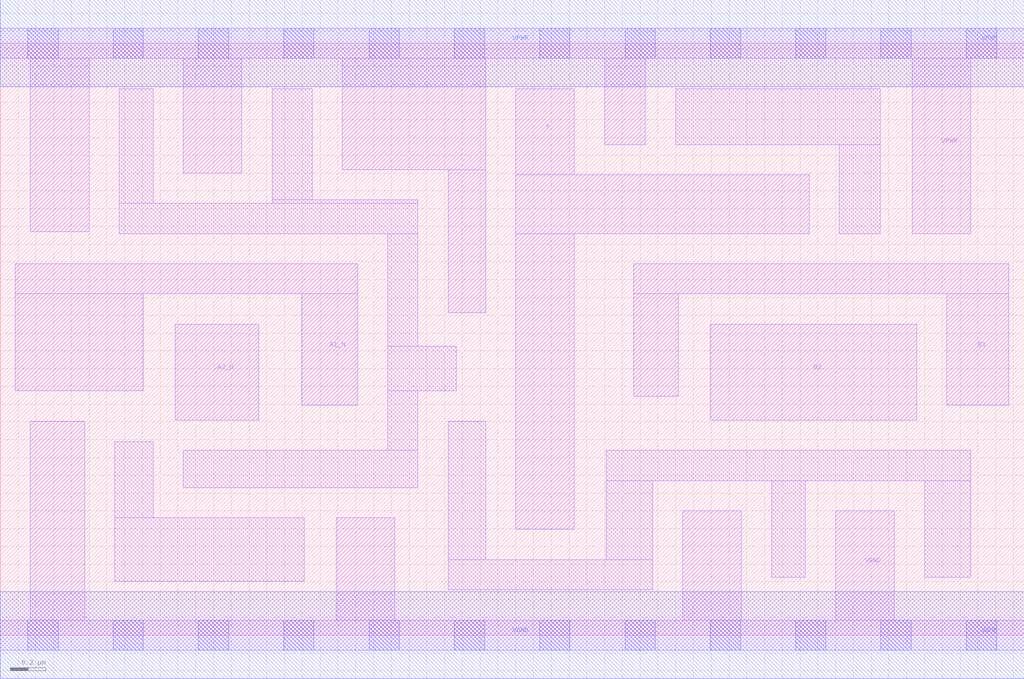
<source format=lef>
# Copyright 2020 The SkyWater PDK Authors
#
# Licensed under the Apache License, Version 2.0 (the "License");
# you may not use this file except in compliance with the License.
# You may obtain a copy of the License at
#
#     https://www.apache.org/licenses/LICENSE-2.0
#
# Unless required by applicable law or agreed to in writing, software
# distributed under the License is distributed on an "AS IS" BASIS,
# WITHOUT WARRANTIES OR CONDITIONS OF ANY KIND, either express or implied.
# See the License for the specific language governing permissions and
# limitations under the License.
#
# SPDX-License-Identifier: Apache-2.0

VERSION 5.7 ;
  NAMESCASESENSITIVE ON ;
  NOWIREEXTENSIONATPIN ON ;
  DIVIDERCHAR "/" ;
  BUSBITCHARS "[]" ;
UNITS
  DATABASE MICRONS 200 ;
END UNITS
MACRO sky130_fd_sc_lp__o2bb2ai_2
  CLASS CORE ;
  SOURCE USER ;
  FOREIGN sky130_fd_sc_lp__o2bb2ai_2 ;
  ORIGIN  0.000000  0.000000 ;
  SIZE  5.760000 BY  3.330000 ;
  SYMMETRY X Y R90 ;
  SITE unit ;
  PIN A1_N
    ANTENNAGATEAREA  0.630000 ;
    DIRECTION INPUT ;
    USE SIGNAL ;
    PORT
      LAYER li1 ;
        RECT 0.085000 1.375000 0.805000 1.920000 ;
        RECT 0.085000 1.920000 2.010000 2.090000 ;
        RECT 1.695000 1.295000 2.010000 1.920000 ;
    END
  END A1_N
  PIN A2_N
    ANTENNAGATEAREA  0.630000 ;
    DIRECTION INPUT ;
    USE SIGNAL ;
    PORT
      LAYER li1 ;
        RECT 0.985000 1.210000 1.455000 1.750000 ;
    END
  END A2_N
  PIN B1
    ANTENNAGATEAREA  0.630000 ;
    DIRECTION INPUT ;
    USE SIGNAL ;
    PORT
      LAYER li1 ;
        RECT 3.565000 1.345000 3.815000 1.920000 ;
        RECT 3.565000 1.920000 5.675000 2.090000 ;
        RECT 5.325000 1.295000 5.675000 1.920000 ;
    END
  END B1
  PIN B2
    ANTENNAGATEAREA  0.630000 ;
    DIRECTION INPUT ;
    USE SIGNAL ;
    PORT
      LAYER li1 ;
        RECT 3.995000 1.210000 5.155000 1.750000 ;
    END
  END B2
  PIN Y
    ANTENNADIFFAREA  0.991200 ;
    DIRECTION OUTPUT ;
    USE SIGNAL ;
    PORT
      LAYER li1 ;
        RECT 2.900000 0.595000 3.230000 2.260000 ;
        RECT 2.900000 2.260000 4.550000 2.590000 ;
        RECT 2.900000 2.590000 3.230000 3.075000 ;
    END
  END Y
  PIN VGND
    DIRECTION INOUT ;
    USE GROUND ;
    PORT
      LAYER li1 ;
        RECT 0.000000 -0.085000 5.760000 0.085000 ;
        RECT 0.170000  0.085000 0.475000 1.205000 ;
        RECT 1.890000  0.085000 2.220000 0.660000 ;
        RECT 3.840000  0.085000 4.170000 0.700000 ;
        RECT 4.700000  0.085000 5.030000 0.700000 ;
      LAYER mcon ;
        RECT 0.155000 -0.085000 0.325000 0.085000 ;
        RECT 0.635000 -0.085000 0.805000 0.085000 ;
        RECT 1.115000 -0.085000 1.285000 0.085000 ;
        RECT 1.595000 -0.085000 1.765000 0.085000 ;
        RECT 2.075000 -0.085000 2.245000 0.085000 ;
        RECT 2.555000 -0.085000 2.725000 0.085000 ;
        RECT 3.035000 -0.085000 3.205000 0.085000 ;
        RECT 3.515000 -0.085000 3.685000 0.085000 ;
        RECT 3.995000 -0.085000 4.165000 0.085000 ;
        RECT 4.475000 -0.085000 4.645000 0.085000 ;
        RECT 4.955000 -0.085000 5.125000 0.085000 ;
        RECT 5.435000 -0.085000 5.605000 0.085000 ;
      LAYER met1 ;
        RECT 0.000000 -0.245000 5.760000 0.245000 ;
    END
  END VGND
  PIN VPWR
    DIRECTION INOUT ;
    USE POWER ;
    PORT
      LAYER li1 ;
        RECT 0.000000 3.245000 5.760000 3.415000 ;
        RECT 0.170000 2.270000 0.500000 3.245000 ;
        RECT 1.030000 2.600000 1.360000 3.245000 ;
        RECT 1.925000 2.620000 2.730000 3.245000 ;
        RECT 2.520000 1.815000 2.730000 2.620000 ;
        RECT 3.400000 2.760000 3.630000 3.245000 ;
        RECT 5.130000 2.260000 5.460000 3.245000 ;
      LAYER mcon ;
        RECT 0.155000 3.245000 0.325000 3.415000 ;
        RECT 0.635000 3.245000 0.805000 3.415000 ;
        RECT 1.115000 3.245000 1.285000 3.415000 ;
        RECT 1.595000 3.245000 1.765000 3.415000 ;
        RECT 2.075000 3.245000 2.245000 3.415000 ;
        RECT 2.555000 3.245000 2.725000 3.415000 ;
        RECT 3.035000 3.245000 3.205000 3.415000 ;
        RECT 3.515000 3.245000 3.685000 3.415000 ;
        RECT 3.995000 3.245000 4.165000 3.415000 ;
        RECT 4.475000 3.245000 4.645000 3.415000 ;
        RECT 4.955000 3.245000 5.125000 3.415000 ;
        RECT 5.435000 3.245000 5.605000 3.415000 ;
      LAYER met1 ;
        RECT 0.000000 3.085000 5.760000 3.575000 ;
    END
  END VPWR
  OBS
    LAYER li1 ;
      RECT 0.645000 0.305000 1.710000 0.660000 ;
      RECT 0.645000 0.660000 0.860000 1.090000 ;
      RECT 0.670000 2.260000 2.350000 2.430000 ;
      RECT 0.670000 2.430000 0.860000 3.075000 ;
      RECT 1.030000 0.830000 2.350000 1.040000 ;
      RECT 1.530000 2.430000 2.350000 2.450000 ;
      RECT 1.530000 2.450000 1.755000 3.075000 ;
      RECT 2.180000 1.040000 2.350000 1.375000 ;
      RECT 2.180000 1.375000 2.565000 1.625000 ;
      RECT 2.180000 1.625000 2.350000 2.260000 ;
      RECT 2.520000 0.255000 3.670000 0.425000 ;
      RECT 2.520000 0.425000 2.730000 1.205000 ;
      RECT 3.410000 0.425000 3.670000 0.870000 ;
      RECT 3.410000 0.870000 5.460000 1.040000 ;
      RECT 3.800000 2.760000 4.950000 3.075000 ;
      RECT 4.340000 0.325000 4.530000 0.870000 ;
      RECT 4.720000 2.260000 4.950000 2.760000 ;
      RECT 5.200000 0.325000 5.460000 0.870000 ;
  END
END sky130_fd_sc_lp__o2bb2ai_2

</source>
